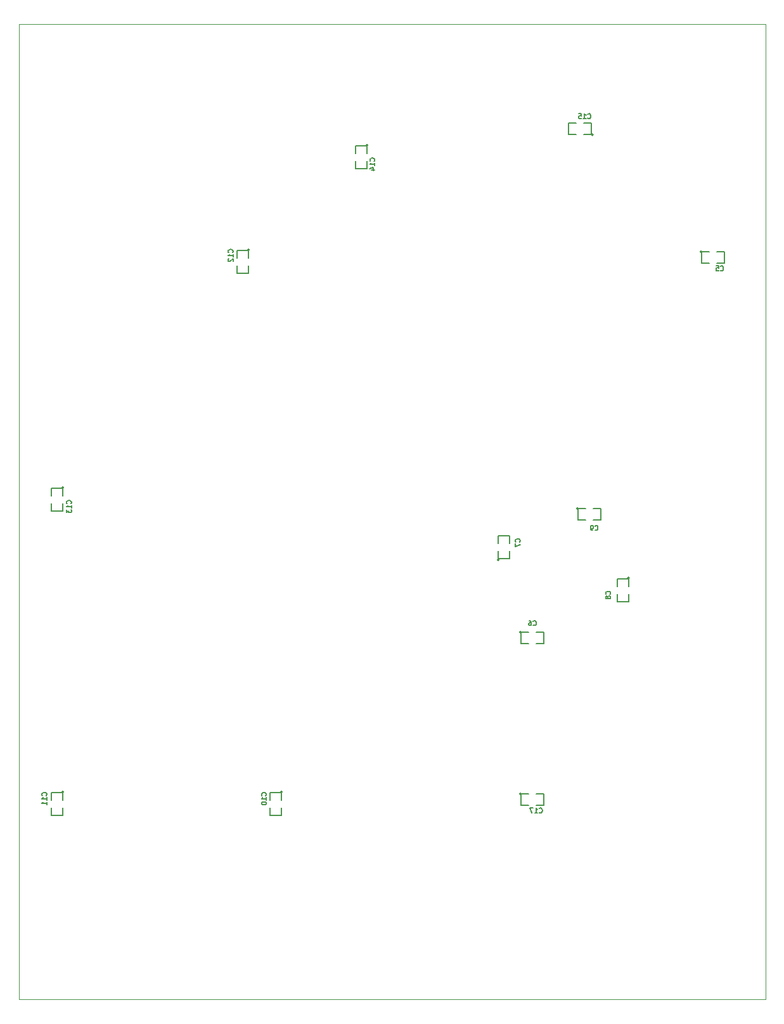
<source format=gbo>
G04 (created by PCBNEW (2013-07-07 BZR 4022)-stable) date 19/03/2022 16:52:54*
%MOIN*%
G04 Gerber Fmt 3.4, Leading zero omitted, Abs format*
%FSLAX34Y34*%
G01*
G70*
G90*
G04 APERTURE LIST*
%ADD10C,0.00590551*%
%ADD11C,0.00393701*%
%ADD12C,0.005*%
G04 APERTURE END LIST*
G54D10*
G54D11*
X-9000Y65200D02*
X-9000Y13950D01*
X30250Y65200D02*
X-9000Y65200D01*
X30250Y13950D02*
X30250Y65200D01*
X-9000Y13950D02*
X30250Y13950D01*
G54D12*
X26900Y53250D02*
G75*
G03X26900Y53250I-50J0D01*
G74*
G01*
X27300Y53250D02*
X26900Y53250D01*
X26900Y53250D02*
X26900Y52650D01*
X26900Y52650D02*
X27300Y52650D01*
X27700Y52650D02*
X28100Y52650D01*
X28100Y52650D02*
X28100Y53250D01*
X28100Y53250D02*
X27700Y53250D01*
X17400Y33250D02*
G75*
G03X17400Y33250I-50J0D01*
G74*
G01*
X17800Y33250D02*
X17400Y33250D01*
X17400Y33250D02*
X17400Y32650D01*
X17400Y32650D02*
X17800Y32650D01*
X18200Y32650D02*
X18600Y32650D01*
X18600Y32650D02*
X18600Y33250D01*
X18600Y33250D02*
X18200Y33250D01*
X16250Y37050D02*
G75*
G03X16250Y37050I-50J0D01*
G74*
G01*
X16200Y37500D02*
X16200Y37100D01*
X16200Y37100D02*
X16800Y37100D01*
X16800Y37100D02*
X16800Y37500D01*
X16800Y37900D02*
X16800Y38300D01*
X16800Y38300D02*
X16200Y38300D01*
X16200Y38300D02*
X16200Y37900D01*
X23100Y36100D02*
G75*
G03X23100Y36100I-50J0D01*
G74*
G01*
X23050Y35650D02*
X23050Y36050D01*
X23050Y36050D02*
X22450Y36050D01*
X22450Y36050D02*
X22450Y35650D01*
X22450Y35250D02*
X22450Y34850D01*
X22450Y34850D02*
X23050Y34850D01*
X23050Y34850D02*
X23050Y35250D01*
X20400Y39750D02*
G75*
G03X20400Y39750I-50J0D01*
G74*
G01*
X20800Y39750D02*
X20400Y39750D01*
X20400Y39750D02*
X20400Y39150D01*
X20400Y39150D02*
X20800Y39150D01*
X21200Y39150D02*
X21600Y39150D01*
X21600Y39150D02*
X21600Y39750D01*
X21600Y39750D02*
X21200Y39750D01*
X4850Y24850D02*
G75*
G03X4850Y24850I-50J0D01*
G74*
G01*
X4800Y24400D02*
X4800Y24800D01*
X4800Y24800D02*
X4200Y24800D01*
X4200Y24800D02*
X4200Y24400D01*
X4200Y24000D02*
X4200Y23600D01*
X4200Y23600D02*
X4800Y23600D01*
X4800Y23600D02*
X4800Y24000D01*
X-6650Y24850D02*
G75*
G03X-6650Y24850I-50J0D01*
G74*
G01*
X-6700Y24400D02*
X-6700Y24800D01*
X-6700Y24800D02*
X-7300Y24800D01*
X-7300Y24800D02*
X-7300Y24400D01*
X-7300Y24000D02*
X-7300Y23600D01*
X-7300Y23600D02*
X-6700Y23600D01*
X-6700Y23600D02*
X-6700Y24000D01*
X3100Y53350D02*
G75*
G03X3100Y53350I-50J0D01*
G74*
G01*
X3050Y52900D02*
X3050Y53300D01*
X3050Y53300D02*
X2450Y53300D01*
X2450Y53300D02*
X2450Y52900D01*
X2450Y52500D02*
X2450Y52100D01*
X2450Y52100D02*
X3050Y52100D01*
X3050Y52100D02*
X3050Y52500D01*
X-6650Y40850D02*
G75*
G03X-6650Y40850I-50J0D01*
G74*
G01*
X-6700Y40400D02*
X-6700Y40800D01*
X-6700Y40800D02*
X-7300Y40800D01*
X-7300Y40800D02*
X-7300Y40400D01*
X-7300Y40000D02*
X-7300Y39600D01*
X-7300Y39600D02*
X-6700Y39600D01*
X-6700Y39600D02*
X-6700Y40000D01*
X9350Y58850D02*
G75*
G03X9350Y58850I-50J0D01*
G74*
G01*
X9300Y58400D02*
X9300Y58800D01*
X9300Y58800D02*
X8700Y58800D01*
X8700Y58800D02*
X8700Y58400D01*
X8700Y58000D02*
X8700Y57600D01*
X8700Y57600D02*
X9300Y57600D01*
X9300Y57600D02*
X9300Y58000D01*
X21200Y59400D02*
G75*
G03X21200Y59400I-50J0D01*
G74*
G01*
X20700Y59400D02*
X21100Y59400D01*
X21100Y59400D02*
X21100Y60000D01*
X21100Y60000D02*
X20700Y60000D01*
X20300Y60000D02*
X19900Y60000D01*
X19900Y60000D02*
X19900Y59400D01*
X19900Y59400D02*
X20300Y59400D01*
X17400Y24750D02*
G75*
G03X17400Y24750I-50J0D01*
G74*
G01*
X17800Y24750D02*
X17400Y24750D01*
X17400Y24750D02*
X17400Y24150D01*
X17400Y24150D02*
X17800Y24150D01*
X18200Y24150D02*
X18600Y24150D01*
X18600Y24150D02*
X18600Y24750D01*
X18600Y24750D02*
X18200Y24750D01*
X27891Y52272D02*
X27903Y52260D01*
X27939Y52248D01*
X27963Y52248D01*
X27998Y52260D01*
X28022Y52284D01*
X28034Y52308D01*
X28046Y52355D01*
X28046Y52391D01*
X28034Y52439D01*
X28022Y52463D01*
X27998Y52486D01*
X27963Y52498D01*
X27939Y52498D01*
X27903Y52486D01*
X27891Y52475D01*
X27665Y52498D02*
X27784Y52498D01*
X27796Y52379D01*
X27784Y52391D01*
X27760Y52403D01*
X27701Y52403D01*
X27677Y52391D01*
X27665Y52379D01*
X27653Y52355D01*
X27653Y52296D01*
X27665Y52272D01*
X27677Y52260D01*
X27701Y52248D01*
X27760Y52248D01*
X27784Y52260D01*
X27796Y52272D01*
X18041Y33622D02*
X18053Y33610D01*
X18089Y33598D01*
X18113Y33598D01*
X18148Y33610D01*
X18172Y33634D01*
X18184Y33658D01*
X18196Y33705D01*
X18196Y33741D01*
X18184Y33789D01*
X18172Y33813D01*
X18148Y33836D01*
X18113Y33848D01*
X18089Y33848D01*
X18053Y33836D01*
X18041Y33825D01*
X17827Y33848D02*
X17875Y33848D01*
X17898Y33836D01*
X17910Y33825D01*
X17934Y33789D01*
X17946Y33741D01*
X17946Y33646D01*
X17934Y33622D01*
X17922Y33610D01*
X17898Y33598D01*
X17851Y33598D01*
X17827Y33610D01*
X17815Y33622D01*
X17803Y33646D01*
X17803Y33705D01*
X17815Y33729D01*
X17827Y33741D01*
X17851Y33753D01*
X17898Y33753D01*
X17922Y33741D01*
X17934Y33729D01*
X17946Y33705D01*
X17327Y37991D02*
X17339Y38003D01*
X17351Y38039D01*
X17351Y38063D01*
X17339Y38098D01*
X17315Y38122D01*
X17291Y38134D01*
X17244Y38146D01*
X17208Y38146D01*
X17160Y38134D01*
X17136Y38122D01*
X17113Y38098D01*
X17101Y38063D01*
X17101Y38039D01*
X17113Y38003D01*
X17125Y37991D01*
X17101Y37908D02*
X17101Y37741D01*
X17351Y37848D01*
X22077Y35241D02*
X22089Y35253D01*
X22101Y35289D01*
X22101Y35313D01*
X22089Y35348D01*
X22065Y35372D01*
X22041Y35384D01*
X21994Y35396D01*
X21958Y35396D01*
X21910Y35384D01*
X21886Y35372D01*
X21863Y35348D01*
X21851Y35313D01*
X21851Y35289D01*
X21863Y35253D01*
X21875Y35241D01*
X21958Y35098D02*
X21946Y35122D01*
X21934Y35134D01*
X21910Y35146D01*
X21898Y35146D01*
X21875Y35134D01*
X21863Y35122D01*
X21851Y35098D01*
X21851Y35051D01*
X21863Y35027D01*
X21875Y35015D01*
X21898Y35003D01*
X21910Y35003D01*
X21934Y35015D01*
X21946Y35027D01*
X21958Y35051D01*
X21958Y35098D01*
X21970Y35122D01*
X21982Y35134D01*
X22005Y35146D01*
X22053Y35146D01*
X22077Y35134D01*
X22089Y35122D01*
X22101Y35098D01*
X22101Y35051D01*
X22089Y35027D01*
X22077Y35015D01*
X22053Y35003D01*
X22005Y35003D01*
X21982Y35015D01*
X21970Y35027D01*
X21958Y35051D01*
X21291Y38622D02*
X21303Y38610D01*
X21339Y38598D01*
X21363Y38598D01*
X21398Y38610D01*
X21422Y38634D01*
X21434Y38658D01*
X21446Y38705D01*
X21446Y38741D01*
X21434Y38789D01*
X21422Y38813D01*
X21398Y38836D01*
X21363Y38848D01*
X21339Y38848D01*
X21303Y38836D01*
X21291Y38825D01*
X21172Y38598D02*
X21125Y38598D01*
X21101Y38610D01*
X21089Y38622D01*
X21065Y38658D01*
X21053Y38705D01*
X21053Y38801D01*
X21065Y38825D01*
X21077Y38836D01*
X21101Y38848D01*
X21148Y38848D01*
X21172Y38836D01*
X21184Y38825D01*
X21196Y38801D01*
X21196Y38741D01*
X21184Y38717D01*
X21172Y38705D01*
X21148Y38694D01*
X21101Y38694D01*
X21077Y38705D01*
X21065Y38717D01*
X21053Y38741D01*
X3977Y24660D02*
X3989Y24672D01*
X4001Y24708D01*
X4001Y24732D01*
X3989Y24767D01*
X3965Y24791D01*
X3941Y24803D01*
X3894Y24815D01*
X3858Y24815D01*
X3810Y24803D01*
X3786Y24791D01*
X3763Y24767D01*
X3751Y24732D01*
X3751Y24708D01*
X3763Y24672D01*
X3775Y24660D01*
X4001Y24422D02*
X4001Y24565D01*
X4001Y24494D02*
X3751Y24494D01*
X3786Y24517D01*
X3810Y24541D01*
X3822Y24565D01*
X3751Y24267D02*
X3751Y24244D01*
X3763Y24220D01*
X3775Y24208D01*
X3798Y24196D01*
X3846Y24184D01*
X3905Y24184D01*
X3953Y24196D01*
X3977Y24208D01*
X3989Y24220D01*
X4001Y24244D01*
X4001Y24267D01*
X3989Y24291D01*
X3977Y24303D01*
X3953Y24315D01*
X3905Y24327D01*
X3846Y24327D01*
X3798Y24315D01*
X3775Y24303D01*
X3763Y24291D01*
X3751Y24267D01*
X-7572Y24660D02*
X-7560Y24672D01*
X-7548Y24708D01*
X-7548Y24732D01*
X-7560Y24767D01*
X-7584Y24791D01*
X-7608Y24803D01*
X-7655Y24815D01*
X-7691Y24815D01*
X-7739Y24803D01*
X-7763Y24791D01*
X-7786Y24767D01*
X-7798Y24732D01*
X-7798Y24708D01*
X-7786Y24672D01*
X-7775Y24660D01*
X-7548Y24422D02*
X-7548Y24565D01*
X-7548Y24494D02*
X-7798Y24494D01*
X-7763Y24517D01*
X-7739Y24541D01*
X-7727Y24565D01*
X-7548Y24184D02*
X-7548Y24327D01*
X-7548Y24255D02*
X-7798Y24255D01*
X-7763Y24279D01*
X-7739Y24303D01*
X-7727Y24327D01*
X2227Y53210D02*
X2239Y53222D01*
X2251Y53258D01*
X2251Y53282D01*
X2239Y53317D01*
X2215Y53341D01*
X2191Y53353D01*
X2144Y53365D01*
X2108Y53365D01*
X2060Y53353D01*
X2036Y53341D01*
X2013Y53317D01*
X2001Y53282D01*
X2001Y53258D01*
X2013Y53222D01*
X2025Y53210D01*
X2251Y52972D02*
X2251Y53115D01*
X2251Y53044D02*
X2001Y53044D01*
X2036Y53067D01*
X2060Y53091D01*
X2072Y53115D01*
X2025Y52877D02*
X2013Y52865D01*
X2001Y52841D01*
X2001Y52782D01*
X2013Y52758D01*
X2025Y52746D01*
X2048Y52734D01*
X2072Y52734D01*
X2108Y52746D01*
X2251Y52889D01*
X2251Y52734D01*
X-6272Y40010D02*
X-6260Y40022D01*
X-6248Y40058D01*
X-6248Y40082D01*
X-6260Y40117D01*
X-6284Y40141D01*
X-6308Y40153D01*
X-6355Y40165D01*
X-6391Y40165D01*
X-6439Y40153D01*
X-6463Y40141D01*
X-6486Y40117D01*
X-6498Y40082D01*
X-6498Y40058D01*
X-6486Y40022D01*
X-6475Y40010D01*
X-6248Y39772D02*
X-6248Y39915D01*
X-6248Y39844D02*
X-6498Y39844D01*
X-6463Y39867D01*
X-6439Y39891D01*
X-6427Y39915D01*
X-6498Y39689D02*
X-6498Y39534D01*
X-6403Y39617D01*
X-6403Y39582D01*
X-6391Y39558D01*
X-6379Y39546D01*
X-6355Y39534D01*
X-6296Y39534D01*
X-6272Y39546D01*
X-6260Y39558D01*
X-6248Y39582D01*
X-6248Y39653D01*
X-6260Y39677D01*
X-6272Y39689D01*
X9677Y58010D02*
X9689Y58022D01*
X9701Y58058D01*
X9701Y58082D01*
X9689Y58117D01*
X9665Y58141D01*
X9641Y58153D01*
X9594Y58165D01*
X9558Y58165D01*
X9510Y58153D01*
X9486Y58141D01*
X9463Y58117D01*
X9451Y58082D01*
X9451Y58058D01*
X9463Y58022D01*
X9475Y58010D01*
X9701Y57772D02*
X9701Y57915D01*
X9701Y57844D02*
X9451Y57844D01*
X9486Y57867D01*
X9510Y57891D01*
X9522Y57915D01*
X9534Y57558D02*
X9701Y57558D01*
X9439Y57617D02*
X9617Y57677D01*
X9617Y57522D01*
X20910Y60272D02*
X20922Y60260D01*
X20958Y60248D01*
X20982Y60248D01*
X21017Y60260D01*
X21041Y60284D01*
X21053Y60308D01*
X21065Y60355D01*
X21065Y60391D01*
X21053Y60439D01*
X21041Y60463D01*
X21017Y60486D01*
X20982Y60498D01*
X20958Y60498D01*
X20922Y60486D01*
X20910Y60475D01*
X20672Y60248D02*
X20815Y60248D01*
X20744Y60248D02*
X20744Y60498D01*
X20767Y60463D01*
X20791Y60439D01*
X20815Y60427D01*
X20446Y60498D02*
X20565Y60498D01*
X20577Y60379D01*
X20565Y60391D01*
X20541Y60403D01*
X20482Y60403D01*
X20458Y60391D01*
X20446Y60379D01*
X20434Y60355D01*
X20434Y60296D01*
X20446Y60272D01*
X20458Y60260D01*
X20482Y60248D01*
X20541Y60248D01*
X20565Y60260D01*
X20577Y60272D01*
X18360Y23772D02*
X18372Y23760D01*
X18408Y23748D01*
X18432Y23748D01*
X18467Y23760D01*
X18491Y23784D01*
X18503Y23808D01*
X18515Y23855D01*
X18515Y23891D01*
X18503Y23939D01*
X18491Y23963D01*
X18467Y23986D01*
X18432Y23998D01*
X18408Y23998D01*
X18372Y23986D01*
X18360Y23975D01*
X18122Y23748D02*
X18265Y23748D01*
X18194Y23748D02*
X18194Y23998D01*
X18217Y23963D01*
X18241Y23939D01*
X18265Y23927D01*
X18039Y23998D02*
X17872Y23998D01*
X17979Y23748D01*
M02*

</source>
